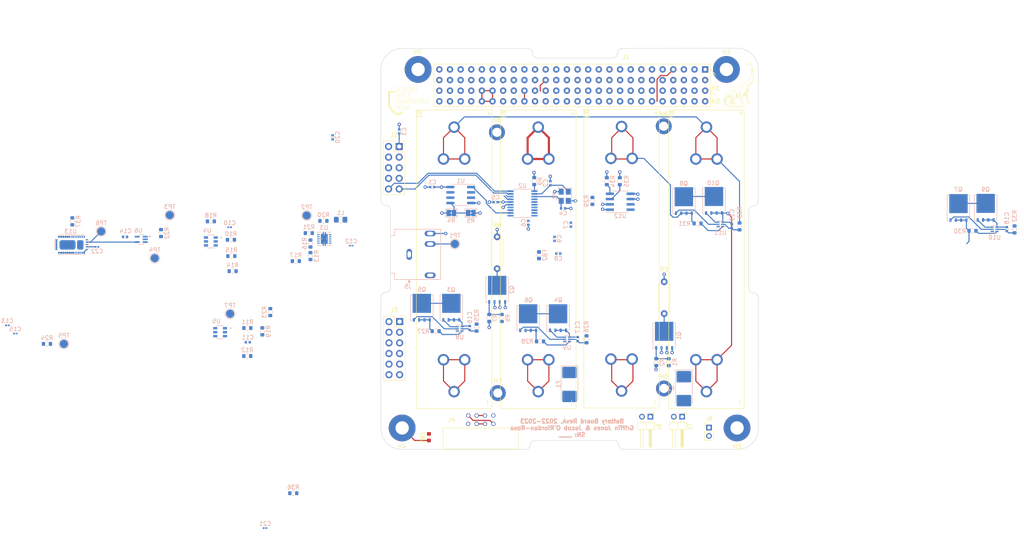
<source format=kicad_pcb>
(kicad_pcb (version 20211014) (generator pcbnew)
  (layers (0 "F.Cu" signal) (1 "In1.Cu" power) (2 "In2.Cu" power) (31 "B.Cu" signal) (34 "B.Paste" user) (35 "F.Paste" user) (36 "B.SilkS" user "B.Silkscreen") (37 "F.SilkS" user "F.Silkscreen") (38 "B.Mask" user) (39 "F.Mask" user) (44 "Edge.Cuts" user))
  (net 0 "")
  (net 1 "IV_MON_N")
  (net 2 "Net-(B1-Pad2)")
  (net 3 "Net-(B2-Pad1)")
  (net 4 "Net-(B2-Pad2)")
  (net 11 "Net-(B3-Pad1)")
  (net 36 "Net-(B3-Pad2)")
  (net 45 "Net-(B4-Pad2)")
  (net 47 "3V3BUS")
  (net 61 "PCM_IN")
  (net 65 "Net-(C2-Pad1)")
  (net 67 "NRST")
  (net 69 "Net-(C4-Pad1)")
  (net 70 "3V3A")
  (net 71 "3V3_CON")
  (net 74 "Net-(C13-Pad1)")
  (net 77 "Net-(C15-Pad1)")
  (net 78 "Net-(C16-Pad2)")
  (net 81 "Net-(C17-Pad2)")
  (net 82 "Net-(C18-Pad2)")
  (net 93 "Net-(C19-Pad2)")
  (net 97 "BCR_OUT")
  (net 99 "Net-(C22-Pad1)")
  (net 100 "Net-(FB1-Pad1)")
  (net 101 "PACK_N")
  (net 102 "BAT_INT")
  (net 104 "5V_USB_CHG")
  (net 107 "5VBUS")
  (net 111 "SWDIO")
  (net 112 "SWCLK")
  (net 113 "5V0")
  (net 114 "I2C_SCK")
  (net 115 "I2C_SDA")
  (net 116 "SYS-GPIO2")
  (net 117 "SYS-GPIO3")
  (net 118 "SYS-GPIO4")
  (net 119 "SYS-GPIO1")
  (net 120 "5V0_CHG")
  (net 121 "Net-(J4-Pad2)")
  (net 122 "Net-(J4-Pad4)")
  (net 123 "Net-(J4-Pad6)")
  (net 124 "Net-(J4-Pad8)")
  (net 126 "Net-(J5-Pad4)")
  (net 128 "Net-(J6-Pad1)")
  (net 129 "Net-(J7-Pad1)")
  (net 130 "Net-(J7-Pad2)")
  (net 131 "Net-(Q1-Pad4)")
  (net 132 "Net-(Q1-Pad5)")
  (net 133 "Net-(Q2-Pad4)")
  (net 134 "Net-(Q2-Pad5)")
  (net 135 "Net-(Q3-Pad4)")
  (net 136 "Net-(Q3-Pad5)")
  (net 137 "Net-(Q4-Pad4)")
  (net 138 "Net-(Q4-Pad5)")
  (net 139 "Net-(Q5-Pad4)")
  (net 140 "Net-(F1-Pad1)")
  (net 141 "Net-(Q6-Pad4)")
  (net 142 "Net-(F2-Pad1)")
  (net 143 "Net-(Q7-Pad4)")
  (net 144 "Net-(Q7-Pad5)")
  (net 145 "Net-(Q8-Pad4)")
  (net 146 "Net-(Q10-Pad5)")
  (net 147 "Net-(Q9-Pad4)")
  (net 148 "Net-(Q10-Pad4)")
  (net 149 "BAT_HTR_1")
  (net 150 "Net-(R4-Pad2)")
  (net 151 "BAT_HTR_2")
  (net 152 "Net-(R9-Pad1)")
  (net 153 "Net-(R11-Pad2)")
  (net 154 "Net-(R16-Pad2)")
  (net 155 "Net-(R18-Pad2)")
  (net 156 "nRST_HB")
  (net 157 "Net-(R20-Pad2)")
  (net 158 "EN_D3")
  (net 159 "Net-(R22-Pad2)")
  (net 160 "Net-(R23-Pad1)")
  (net 161 "Net-(R23-Pad2)")
  (net 162 "HB")
  (net 163 "Net-(R27-Pad1)")
  (net 164 "Net-(R28-Pad1)")
  (net 165 "Net-(R30-Pad1)")
  (net 166 "Net-(R31-Pad1)")
  (net 167 "Net-(Q11-Pad6)")
  (net 168 "Net-(R37-Pad1)")
  (net 169 "EN_D1")
  (net 170 "BAT_TEMP")
  (net 171 "SYS_GPIO1")
  (net 172 "SYS_GPIO2")
  (net 173 "SYS_GPIO3")
  (net 174 "SYS_GPIO4")
  (net 177 "Net-(L1-Pad2)")
  (net 178 "Net-(L1-Pad1)")
  (net 183 "GND")
  (footprint "MountingHole:MountingHole_3.2mm_M3_Pad_TopBottom" (layer "F.Cu") (at 191.77 52.07)
    (fp_text reference "H2")
    (fp_text value "MountingHole_Pad")
  )
  (footprint "LOGO" (layer "F.Cu") (at 194.7 55.7)
    (fp_text reference "G***")
    (fp_text value "LOGO" hide)
  )
  (footprint "Resistor_THT:R_Axial_DIN0207_L6.3mm_D2.5mm_P7.62mm_Horizontal" (layer "F.Cu") (at 137 99.71 90)
    (fp_text reference "R8")
    (fp_text value "100")
  )
  (footprint "MountingHole:MountingHole_3.2mm_M3_Pad_TopBottom" (layer "F.Cu") (at 118.11 52.07)
    (fp_text reference "H1")
    (fp_text value "MountingHole_Pad")
  )
  (footprint "qset-footprints:Logo-10mm" (layer "F.Cu") (at 116 59.6)
    (fp_text reference "G***")
    (fp_text value "LOGO" hide)
  )
  (footprint "qset-footprints:M80-5300842" (layer "F.Cu") (at 124.095 142.825)
    (fp_text reference "J4")
    (fp_text value "Conn_01x08_Male")
  )
  (footprint "Resistor_THT:R_Axial_DIN0207_L6.3mm_D2.5mm_P7.62mm_Horizontal" (layer "F.Cu") (at 176.9 110.4525 90)
    (fp_text reference "R3")
    (fp_text value "100")
  )
  (footprint "MountingHole:MountingHole_2.2mm_M2_DIN965_Pad" (layer "F.Cu") (at 176.8 65.65)
    (fp_text reference "H6")
    (fp_text value "MountingHole")
  )
  (footprint "MountingHole:MountingHole_3.2mm_M3_Pad_TopBottom" (layer "F.Cu") (at 114.3 137.795)
    (fp_text reference "H4")
    (fp_text value "MountingHole_Pad")
  )
  (footprint "MountingHole:MountingHole_2.2mm_M2_DIN965_Pad" (layer "F.Cu") (at 176.85 128.35)
    (fp_text reference "H8")
    (fp_text value "MountingHole")
  )
  (footprint "MountingHole:MountingHole_2.2mm_M2_DIN965_Pad" (layer "F.Cu") (at 136.95 67.1)
    (fp_text reference "H5")
    (fp_text value "MountingHole")
  )
  (footprint "Connector_PinHeader_2.00mm:PinHeader_1x02_P2.00mm_Vertical" (layer "F.Cu") (at 187.6 137.7)
    (fp_text reference "J8")
    (fp_text value "Shunt Resistor")
  )
  (footprint "qset-footprints:Keystone_54_18650" (layer "F.Cu") (at 157.7 61.65 -90)
    (fp_text reference "B3")
    (fp_text value "NCR18650GA")
  )
  (footprint "pc104-connector:pc104-connector" (layer "F.Cu") (at 156.21 54.61 -90)
    (fp_text reference "J1")
    (fp_text value "PC104_Connector")
  )
  (footprint "Connector_PinHeader_2.00mm:PinHeader_1x02_P2.00mm_Horizontal" (layer "F.Cu") (at 173.6 135.1 -90)
    (fp_text reference "J6")
    (fp_text value "RBF Deployment Bypass")
  )
  (footprint "Connector_PinSocket_2.54mm:PinSocket_2x06_P2.54mm_Vertical" (layer "F.Cu") (at 113.7 112.375)
    (fp_text reference "J3")
    (fp_text value "System Test Connector")
  )
  (footprint "qset-footprints:Keystone_54_18650" (layer "F.Cu") (at 177.983 61.8 -90)
    (fp_text reference "B4")
    (fp_text value "NCR18650GA")
  )
  (footprint "Inductor_SMD:L_0603_1608Metric" (layer "F.Cu") (at 120.7 140 90)
    (fp_text reference "FB1")
    (fp_text value "FerriteBead")
  )
  (footprint "MountingHole:MountingHole_3.2mm_M3_Pad_TopBottom" (layer "F.Cu") (at 194.31 137.795)
    (fp_text reference "H3")
    (fp_text value "MountingHole_Pad")
  )
  (footprint "qset-footprints:Keystone_54_18650" (layer "F.Cu") (at 137.8 61.8 -90)
    (fp_text reference "B2")
    (fp_text value "NCR18650GA")
  )
  (footprint "Connector_PinSocket_2.54mm:PinSocket_2x05_P2.54mm_Vertical" (layer "F.Cu") (at 113.6 70.5)
    (fp_text reference "J2")
    (fp_text value "Programming Header")
  )
  (footprint "qset-footprints:Keystone_54_18650" (layer "F.Cu") (at 117.7 61.8 -90)
    (fp_text reference "B1")
    (fp_text value "NCR18650GA")
  )
  (footprint "MountingHole:MountingHole_2.2mm_M2_DIN965_Pad" (layer "F.Cu") (at 137.15 129.45)
    (fp_text reference "H7")
    (fp_text value "MountingHole")
  )
  (footprint "Connector_PinHeader_2.00mm:PinHeader_1x02_P2.00mm_Horizontal" (layer "F.Cu") (at 181.2 135.1 -90)
    (fp_text reference "J7")
    (fp_text value "30s Timer")
  )
  (footprint "Resistor_SMD:R_0603_1608Metric" (layer "B.Cu") (at 92.4 93.7 -90)
    (fp_text reference "R16")
    (fp_text value "0R")
  )
  (footprint "Resistor_SMD:R_0603_1608Metric" (layer "B.Cu") (at 73.8 100.3 180)
    (fp_text reference "R14")
    (fp_text value "1M")
  )
  (footprint "Package_TO_SOT_SMD:TDSON-8-1" (layer "B.Cu") (at 188.8 83.5 90)
    (fp_text reference "Q10")
    (fp_text value "CSD16401Q5")
  )
  (footprint "qset-footprints:TPS24750" (layer "B.Cu") (at 35.0698 93.8222 180)
    (fp_text reference "U13")
    (fp_text value "TPS24750")
  )
  (footprint "Package_TO_SOT_SMD:TDSON-8-1" (layer "B.Cu") (at 119 109.05 90)
    (fp_text reference "Q5")
    (fp_text value "CSD16401Q5")
  )
  (footprint "Resistor_SMD:R_0603_1608Metric" (layer "B.Cu") (at 158.35 116.6 -90)
    (fp_text reference "R26")
    (fp_text value "330")
  )
  (footprint "Resistor_SMD:R_0603_1608Metric" (layer "B.Cu") (at 82.8 110.1 -90)
    (fp_text reference "R23")
    (fp_text value "270k")
  )
  (footprint "Resistor_SMD:R_0603_1608Metric" (layer "B.Cu") (at 147.25 117.1 180)
    (fp_text reference "R28")
    (fp_text value "2.2k")
  )
  (footprint "Resistor_SMD:R_0603_1608Metric" (layer "B.Cu") (at 145.85 78.775 90)
    (fp_text reference "R9")
    (fp_text value "10k")
  )
  (footprint "Resistor_SMD:R_0603_1608Metric" (layer "B.Cu") (at 194.9 89.6 -90)
    (fp_text reference "R33")
    (fp_text value "330")
  )
  (footprint "Resistor_SMD:R_0603_1608Metric" (layer "B.Cu") (at 163.2 78.8 90)
    (fp_text reference "R34")
    (fp_text value "3.3k")
  )
  (footprint "Resistor_SMD:R_0603_1608Metric" (layer "B.Cu") (at 73.4 92.8 180)
    (fp_text reference "R10")
    (fp_text value "412k")
  )
  (footprint "Resistor_SMD:R_0603_1608Metric" (layer "B.Cu") (at 166.3 78.8 90)
    (fp_text reference "R35")
    (fp_text value "3.3k")
  )
  (footprint "Package_TO_SOT_SMD:TDSON-8-1" (layer "B.Cu") (at 181.6 83.55 90)
    (fp_text reference "Q8")
    (fp_text value "CSD16401Q5")
  )
  (footprint "Capacitor_SMD:C_0201_0603Metric" (layer "B.Cu") (at 102.1 94.2 180)
    (fp_text reference "C12")
    (fp_text value "C")
  )
  (footprint "qset-footprints:CUI_SJ1-3524NG" (layer "B.Cu") (at 116 96.3)
    (fp_text reference "J5")
    (fp_text value "RBF")
  )
  (footprint "Resistor_SMD:R_0603_1608Metric" (layer "B.Cu") (at 56.7 91.2 90)
    (fp_text reference "R22")
    (fp_text value "100k")
  )
  (footprint "TestPoint:TestPoint_Pad_D2.0mm" (layer "B.Cu") (at 42.4 90.8 180)
    (fp_text reference "TP6")
    (fp_text value "EN_D1")
  )
  (footprint "Package_TO_SOT_SMD:TDSON-8-1" (layer "B.Cu") (at 247.2 85.2 90)
    (fp_text reference "Q7")
    (fp_text value "CSD16401Q5")
  )
  (footprint "Capacitor_SMD:C_0402_1005Metric" (layer "B.Cu") (at 193.05 89.55 -90)
    (fp_text reference "C19")
    (fp_text value "0.1u")
  )
  (footprint "Capacitor_SMD:C_0201_0603Metric" (layer "B.Cu") (at 81.544048 161.74 180)
    (fp_text reference "C21")
    (fp_text value "0.1u")
  )
  (footprint "Package_TO_SOT_SMD:TDSON-8-1" (layer "B.Cu") (at 151.55 111.55 90)
    (fp_text reference "Q4")
    (fp_text value "CSD16401Q5")
  )
  (footprint "Capacitor_SMD:C_0201_0603Metric" (layer "B.Cu") (at 73.1 89.8 180)
    (fp_text reference "C10")
    (fp_text value "0.1u")
  )
  (footprint "Capacitor_SMD:C_0402_1005Metric" (layer "B.Cu") (at 144.45 88.74 -90)
    (fp_text reference "C6")
    (fp_text value "100n")
  )
  (footprint "Capacitor_SMD:C_0402_1005Metric" (layer "B.Cu") (at 154.6 89.2 -90)
    (fp_text reference "C7")
    (fp_text value "10n")
  )
  (footprint "qset-footprints:SOT95P280X100-6N" (layer "B.Cu") (at 68.6 93.2 180)
    (fp_text reference "U4")
    (fp_text value "LTC6995HS6-1#TRMPBF")
  )
  (footprint "Resistor_SMD:R_0603_1608Metric" (layer "B.Cu") (at 77.3 120.6 180)
    (fp_text reference "R12")
    (fp_text value "390k")
  )
  (footprint "Capacitor_SMD:C_0201_0603Metric" (layer "B.Cu") (at 41.4 94.5)
    (fp_text reference "C22")
    (fp_text value "22n")
  )
  (footprint "TestPoint:TestPoint_Pad_D2.0mm" (layer "B.Cu") (at 55.2 97.2 180)
    (fp_text reference "TP4")
    (fp_text value "Timer")
  )
  (footprint "Capacitor_SMD:C_0402_1005Metric" (layer "B.Cu") (at 150.7 92.58 90)
    (fp_text reference "C9")
    (fp_text value "1u")
  )
  (footprint "Package_TO_SOT_SMD:TDSON-8-1" (layer "B.Cu") (at 126.05 109.05 90)
    (fp_text reference "Q3")
    (fp_text value "CSD16401Q5")
  )
  (footprint "Resistor_SMD:R_0603_1608Metric" (layer "B.Cu") (at 178 122.0675 90)
    (fp_text reference "R1")
    (fp_text value "100")
  )
  (footprint "Resistor_SMD:R_0603_1608Metric" (layer "B.Cu") (at 250.55 90.65 180)
    (fp_text reference "R30")
    (fp_text value "2.2k")
  )
  (footprint "Capacitor_SMD:C_0402_1005Metric" (layer "B.Cu") (at 77.42 117.3 180)
    (fp_text reference "C11")
    (fp_text value "0.1u")
  )
  (footprint "qset-footprints:SOT65P210X110-5N" (layer "B.Cu") (at 51.9635 92.7 180)
    (fp_text reference "U6")
    (fp_text value "74AUP1G08")
  )
  (footprint "Resistor_SMD:R_0603_1608Metric" (layer "B.Cu") (at 29.45 117.7 180)
    (fp_text reference "R24")
    (fp_text value "100k")
  )
  (footprint "Resistor_SMD:R_0603_1608Metric" (layer "B.Cu") (at 122.3 114.65 180)
    (fp_text reference "R27")
    (fp_text value "2.2k")
  )
  (footprint "TestPoint:TestPoint_Pad_D2.0mm" (layer "B.Cu") (at 33.5 117.7 180)
    (fp_text reference "TP5")
    (fp_text value "HB")
  )
  (footprint "Resistor_SMD:R_0603_1608Metric" (layer "B.Cu") (at 132.1 113.8 -90)
    (fp_text reference "R25")
    (fp_text value "330")
  )
  (footprint "Resistor_SMD:R_0603_1608Metric" (layer "B.Cu") (at 88.3 153.4 180)
    (fp_text reference "R36")
    (fp_text value "10k")
  )
  (footprint "Resistor_SMD:R_0603_1608Metric" (layer "B.Cu") (at 175 122.0675 90)
    (fp_text reference "R2")
    (fp_text value "10k")
  )
  (footprint "Package_SO:SOIC-8_3.9x4.9mm_P1.27mm" (layer "B.Cu") (at 128.3 82.1 180)
    (fp_text reference "U1")
    (fp_text value "TMP36xS")
  )
  (footprint "Resistor_SMD:R_0603_1608Metric" (layer "B.Cu") (at 95.5 88.3 180)
    (fp_text reference "R20")
    (fp_text value "560k")
  )
  (footprint "Capacitor_SMD:C_0201_0603Metric" (layer "B.Cu") (at 21.875 115.22 180)
    (fp_text reference "C15")
    (fp_text value "0.1u")
  )
  (footprint "Resistor_SMD:R_0603_1608Metric" (layer "B.Cu") (at 260.6 90.325 -90)
    (fp_text reference "R32")
    (fp_text value "330")
  )
  (footprint "TestPoint:TestPoint_Pad_D2.0mm" (layer "B.Cu") (at 58.8 86.9 180)
    (fp_text reference "TP3")
    (fp_text value "EN_D3")
  )
  (footprint "Resistor_SMD:R_0603_1608Metric" (layer "B.Cu") (at 35.5 88.4 90)
    (fp_text reference "R37")
    (fp_text value "1k")
  )
  (footprint "Package_SO:SOIC-8_3.9x4.9mm_P1.27mm" (layer "B.Cu") (at 166.4 83.7)
    (fp_text reference "U12")
    (fp_text value "INA219AxD")
  )
  (footprint "Resistor_SMD:R_0603_1608Metric" (layer "B.Cu") (at 80.9 114.7 90)
    (fp_text reference "R19")
    (fp_text value "100k")
  )
  (footprint "Package_SON:WSON-6_1.5x1.5mm_P0.5mm" (layer "B.Cu") (at 128.05 114.1)
    (fp_text reference "U8")
    (fp_text value "BQ297xx")
  )
  (footprint "Package_SON:WSON-6_1.5x1.5mm_P0.5mm" (layer "B.Cu") (at 190.325 89.1)
    (fp_text reference "U11")
    (fp_text value "BQ297xx")
  )
  (footprint "Capacitor_Tantalum_SMD:CP_EIA-7132-20_AVX-U_Pad2.72x3.50mm_HandSolder" (layer "B.Cu") (at 181.6 128.4 -90)
    (fp_text reference "F2")
    (fp_text value "Polyfuse")
  )
  (footprint "Jumper:SolderJumper-2_P1.3mm_Bridged2Bar_Pad1.0x1.5mm" (layer "B.Cu") (at 126.05 86.4)
    (fp_text reference "R4")
    (fp_text value "0R")
  )
  (footprint "Package_SON:WSON-6_1.5x1.5mm_P0.5mm" (layer "B.Cu") (at 153.7 116.6)
    (fp_text reference "U9")
    (fp_text value "BQ297xx")
  )
  (footprint "Capacitor_SMD:C_0402_1005Metric" (layer "B.Cu") (at 121.5 80.2 180)
    (fp_text reference "C1")
    (fp_text value "0.1u")
  )
  (footprint "Resistor_SMD:R_0603_1608Metric" (layer "B.Cu") (at 68.6 88.4 180)
    (fp_text reference "R18")
    (fp_text value "100k")
  )
  (footprint "Capacitor_SMD:C_0402_1005Metric" (layer "B.Cu") (at 258.75 90.25 -90)
    (fp_text reference "C18")
    (fp_text value "0.1u")
  )
  (footprint "Resistor_SMD:R_0603_1608Metric" (layer "B.Cu") (at 92 91.2 180)
    (fp_text reference "R21")
    (fp_text value "100k")
  )
  (footprint "Capacitor_SMD:C_0402_1005Metric" (layer "B.Cu") (at 156.25 116.55 -90)
    (fp_text reference "C17")
    (fp_text value "0.1u")
  )
  (footprint "Package_TO_SOT_SMD:TDSON-8-1" (layer "B.Cu") (at 176.9 115.7425 90)
    (fp_text reference "Q1")
    (fp_text value "CSD16401Q5")
  )
  (footprint "Capacitor_SMD:C_0402_1005Metric" (layer "B.Cu") (at 149.7 79.28 90)
    (fp_text reference "C2")
    (fp_text value "10p")
  )
  (footprint "Package_SON:Texas_DRC0010J_ThermalVias" (layer "B.Cu") (at 95.7 92.6 180)
    (fp_text reference "U3")
    (fp_text value "TPS63000-Q1")
  )
  (footprint "Capacitor_SMD:C_0201_0603Metric" (layer "B.Cu") (at 19.999048 113.26 180)
    (fp_text reference "C13")
    (fp_text value "0.1u")
  )
  (footprint "Resistor_SMD:R_0603_1608Metric" (layer "B.Cu") (at 88.9 97.9 180)
    (fp_text reference "R17")
    (fp_text value "DNP")
  )
  (footprint "Resistor_SMD:R_0603_1608Metric" (layer "B.Cu") (at 77.325 113.9 180)
    (fp_text reference "R11")
    (fp_text value "1M")
  )
  (footprint "Resistor_SMD:R_0603_1608Metric" (layer "B.Cu") (at 135.1 111.5 90)
    (fp_text reference "R7")
    (fp_text value "10k")
  )
  (footprint "Package_TO_SOT_SMD:TDSON-8-1" (layer "B.Cu") (at 253.7 85.15 90)
    (fp_text reference "Q9")
    (fp_text value "CSD16401Q5")
  )
  (footprint "TestPoint:TestPoint_Pad_D2.0mm" (layer "B.Cu") (at 73.2 110.5 180)
    (fp_text reference "TP7")
    (fp_text value "HB Reset")
  )
  (footprint "TestPoint:TestPoint_Pad_D2.0mm" (layer "B.Cu") (at 91.5 87 180)
    (fp_text reference "TP2")
    (fp_text value "Power Control TP")
  )
  (footprint "Package_TO_SOT_SMD:TDSON-8-1" (layer "B.Cu") (at 144.4 111.55 90)
    (fp_text reference "Q6")
    (fp_text value "CSD16401Q5")
  )
  (footprint "Inductor_SMD:L_0603_1608Metric" (layer "B.Cu") (at 147 96.5 90)
    (fp_text reference "FB2")
    (fp_text value "100R @ 100MHz")
  )
  (footprint "Capacitor_SMD:C_0402_1005Metric" (layer "B.Cu") (at 97.7 68.3 90)
    (fp_text reference "C20")
    (fp_text value "0.1u")
  )
  (footprint "Resistor_SMD:R_0603_1608Metric" (layer "B.Cu") (at 159.75 83.5 -90)
    (fp_text reference "R29")
    (fp_text value "0.1")
  )
  (footprint "qset-footprints:SOT95P280X100-6N" (layer "B.Cu") (at 70.815 114.9 180)
    (fp_text reference "U5")
    (fp_text value "LTC6995HS6-1#TRMPBF")
  )
  (footprint "Capacitor_SMD:C_0402_1005Metric" (layer "B.Cu") (at 130.45 113.9 -90)
    (fp_text reference "C16")
    (fp_text value "0.1u")
  )
  (footprint "Resistor_SMD:R_0603_1608Metric" (layer "B.Cu") (at 73.5 96.7 180)
    (fp_text reference "R15")
    (fp_text value "887k")
  )
  (footprint "Capacitor_SMD:C_0402_1005Metric" (layer "B.Cu") (at 113.6 66.9 90)
    (fp_text reference "C3")
    (fp_text value "100u")
  )
  (footprint "Crystal:Crystal_SMD_3225-4Pin_3.2x2.5mm" (layer "B.Cu") (at 153.15 82.4 -90)
    (fp_text reference "Y1")
    (fp_text value "16 MHz")
  )
  (footprint "Package_SON:WSON-6_1.5x1.5mm_P0.5mm" (layer "B.Cu") (at 255.825 90.3)
    (fp_text reference "U10")
    (fp_text value "BQ297xx")
  )
  (footprint "Resistor_SMD:R_0603_1608Metric" (layer "B.Cu") (at 184.875 88.9 180)
    (fp_text reference "R31")
    (fp_text value "2.2k")
  )
  (footprint "Capacitor_SMD:C_0402_1005Metric" (layer "B.Cu") (at 151.6 96.1)
    (fp_text reference "C8")
    (fp_text value "1u")
  )
  (footprint "Resistor_SMD:R_0603_1608Metric" (layer "B.Cu") (at 92.4 96.7 90)
    (fp_text reference "R13")
    (fp_text value "?R")
  )
  (footprint "Resistor_SMD:R_0603_1608Metric" (layer "B.Cu") (at 138.1 111.5 90)
    (fp_text reference "R6")
    (fp_text value "100")
  )
  (footprint "TestPoint:TestPoint_Pad_D2.0mm" (layer "B.Cu") (at 126.9 93.8 180)
    (fp_text reference "TP1")
    (fp_text value "Deployment TP")
  )
  (footprint "Package_SO:TSSOP-20_4.4x6.5mm_P0.65mm" (layer "B.Cu") (at 143.05 84.1 180)
    (fp_text reference "U2")
    (fp_text value "STM32F030F4Px")
  )
  (footprint "Capacitor_SMD:C_0402_1005Metric" (layer "B.Cu") (at 136.62 83.8 180)
    (fp_text reference "C5")
    (fp_text value "10u")
  )
  (footprint "Package_TO_SOT_SMD:TDSON-8-1" (layer "B.Cu") (at 137 104.75 90)
    (fp_text reference "Q2")
    (fp_text value "CSD16401Q5")
  )
  (footprint "Capacitor_SMD:C_0402_1005Metric" (layer "B.Cu") (at 152.75 85.3)
    (fp_text reference "C4")
    (fp_text value "10p")
  )
  (footprint "Capacitor_Tantalum_SMD:CP_EIA-7132-20_AVX-U_Pad2.72x3.50mm_HandSolder" (layer "B.Cu") (at 154.3 127.4 -90)
    (fp_text reference "F1")
    (fp_text value "Polyfuse")
  )
  (footprint "Inductor_SMD:L_0805_2012Metric_Pad1.15x1.40mm_HandSolder" (layer "B.Cu") (at 99.6 88 180)
    (fp_text reference "L1")
    (fp_text value "2.2uH")
  )
  (footprint "Jumper:SolderJumper-2_P1.3mm_Bridged2Bar_Pad1.0x1.5mm" (layer "B.Cu") (at 130.7 86.4)
    (fp_text reference "R5")
    (fp_text value "0R")
  )
  (footprint "Capacitor_SMD:C_0402_1005Metric" (layer "B.Cu") (at 48.1 92.1)
    (fp_text reference "C14")
    (fp_text value "0.1u")
  )
  (gr_arc (start 109.224 52.148223) (mid 110.711898 48.556121) (end 114.304 47.068223) (layer "Edge.Cuts") (width 0.1))
  (gr_arc (start 144.322223 47.068223) (mid 145.130431 47.403008) (end 145.465223 48.211223) (layer "Edge.Cuts") (width 0.1))
  (gr_arc (start 110.367 84.533223) (mid 111.175223 84.868) (end 111.51 85.676223) (layer "Edge.Cuts") (width 0.1))
  (gr_arc (start 109.224 106.550446) (mid 109.558769 105.742208) (end 110.367 105.407446) (layer "Edge.Cuts") (width 0.1))
  (gr_line (start 146.608223 49.354223) (end 164.596 49.354223) (layer "Edge.Cuts") (width 0.1))
  (gr_arc (start 199.394 137.873223) (mid 197.906102 141.465325) (end 194.314 142.953223) (layer "Edge.Cuts") (width 0.1))
  (gr_arc (start 199.39 83.57) (mid 199.055231 84.378238) (end 198.247 84.713) (layer "Edge.Cuts") (width 0.1))
  (gr_line (start 114.304 47.068223) (end 144.322223 47.068223) (layer "Edge.Cuts") (width 0.1))
  (gr_line (start 109.224 106.550446) (end 109.224 137.873223) (layer "Edge.Cuts") (width 0.1))
  (gr_arc (start 165.739 48.211223) (mid 165.404223 49.019446) (end 164.596 49.354223) (layer "Edge.Cuts") (width 0.1))
  (gr_arc locked (start 197.104 85.856) (mid 197.438785 85.047792) (end 198.247 84.713) (layer "Edge.Cuts") (width 0.1))
  (gr_arc (start 165.735 48.2) (mid 166.069777 47.391777) (end 166.878 47.057) (layer "Edge.Cuts") (width 0.1))
  (gr_line (start 166.878 47.057) (end 194.31 46.99) (layer "Edge.Cuts") (width 0.1))
  (gr_arc (start 167.136 142.953223) (mid 166.327777 142.618446) (end 165.993 141.810223) (layer "Edge.Cuts") (width 0.1))
  (gr_arc (start 198.247 105.541) (mid 197.438785 105.206222) (end 197.104 104.398) (layer "Edge.Cuts") (width 0.1))
  (gr_line (start 167.136 142.953223) (end 194.314 142.953223) (layer "Edge.Cuts") (width 0.1))
  (gr_line locked (start 197.104 104.398) (end 197.104 85.856) (layer "Edge.Cuts") (width 0.1))
  (gr_line (start 199.394 137.873223) (end 199.39 106.684) (layer "Edge.Cuts") (width 0.1))
  (gr_line (start 114.304 142.953223) (end 143.768 142.953223) (layer "Edge.Cuts") (width 0.1))
  (gr_line (start 145.927 140.794223) (end 164.977 140.794223) (layer "Edge.Cuts") (width 0.1))
  (gr_arc (start 144.911 141.810223) (mid 145.20858 141.091803) (end 145.927 140.794223) (layer "Edge.Cuts") (width 0.1))
  (gr_arc (start 164.977 140.794223) (mid 165.69542 141.091803) (end 165.993 141.810223) (layer "Edge.Cuts") (width 0.1))
  (gr_arc (start 144.911 141.810223) (mid 144.576223 142.618446) (end 143.768 142.953223) (layer "Edge.Cuts") (width 0.1))
  (gr_arc (start 198.247 105.541) (mid 199.055231 105.875776) (end 199.39 106.684) (layer "Edge.Cuts") (width 0.1))
  (gr_arc (start 146.608223 49.354223) (mid 145.799985 49.019454) (end 145.465223 48.211223) (layer "Edge.Cuts") (width 0.1))
  (gr_line (start 111.51 85.676223) (end 111.51 104.264446) (layer "Edge.Cuts") (width 0.1))
  (gr_arc (start 111.51 104.264446) (mid 111.175215 105.072654) (end 110.367 105.407446) (layer "Edge.Cuts") (width 0.1))
  (gr_line (start 109.224 52.148223) (end 109.224 83.390223) (layer "Edge.Cuts") (width 0.1))
  (gr_arc (start 114.304 142.953223) (mid 110.711898 141.465325) (end 109.224 137.873223) (layer "Edge.Cuts") (width 0.1))
  (gr_arc (start 194.31 46.99) (mid 197.902102 48.477898) (end 199.39 52.07) (layer "Edge.Cuts") (width 0.1))
  (gr_line (start 199.39 52.07) (end 199.39 83.57) (layer "Edge.Cuts") (width 0.1))
  (gr_arc (start 110.367 84.533223) (mid 109.558777 84.198446) (end 109.224 83.390223) (layer "Edge.Cuts") (width 0.1))
  (gr_text "Battery Board RevA, 2022-2023\nGriffin Jones & Jacob O'Riordan-Ross\nSN: ____\n" (at 154.9 137.8) (layer "B.SilkS") (effects (font (size 1 1) (thickness 0.25)) (justify mirror)))
  (segment (start 184.46 73.484) (end 184.46 68.404) (width 0.25) (layer "F.Cu") (net 1))
  (segment (start 189.54 73.484) (end 184.46 73.484) (width 0.25) (layer "F.Cu") (net 1))
  (segment (start 124.177 73.484) (end 124.177 68.404) (width 0.25) (layer "F.Cu") (net 1))
  (segment (start 189.54 68.404) (end 187 65.864) (width 0.25) (layer "F.Cu") (net 1))
  (segment (start 129.257 68.404) (end 126.717 65.864) (width 0.25) (layer "F.Cu") (net 1))
  (segment (start 129.257 73.484) (end 129.257 68.404) (width 0.25) (layer "F.Cu") (net 1))
  (segment (start 189.54 73.484) (end 189.54 68.404) (width 0.25) (layer "F.Cu") (net 1))
  (segment (start 124.177 68.404) (end 126.717 65.864) (width 0.25) (layer "F.Cu") (net 1))
  (segment (start 129.257 73.484) (end 124.177 73.484) (width 0.25) (layer "F.Cu") (net 1))
  (segment (start 184.46 68.404) (end 187 65.864) (width 0.25) (layer "F.Cu") (net 1))
  (segment (start 194.9 78.844) (end 194.9 88.775) (width 0.25) (layer "B.Cu") (net 1))
  (segment (start 189.54 73.484) (end 189.54 74.74) (width 0.25) (layer "B.Cu") (net 1))
  (segment (start 129.156 63.425) (end 126.717 65.864) (width 0.25) (layer "B.Cu") (net 1))
  (segment (start 189.54 73.484) (end 194.9 78.844) (width 0.25) (layer "B.Cu") (net 1))
  (segment (start 187 65.864) (end 184.561 63.425) (width 0.25) (layer "B.Cu") (net 1))
  (segment (start 184.561 63.425) (end 129.156 63.425) (width 0.25) (layer "B.Cu") (net 1))
  (segment (start 124.177 126.57) (end 124.177 121.484) (width 0.25) (layer "F.Cu") (net 2))
  (segment (start 129.257 121.484) (end 124.177 121.484) (width 0.25) (layer "F.Cu") (net 2))
  (segment (start 129.257 126.57) (end 126.717 129.11) (width 0.25) (layer "F.Cu") (net 2))
  (segment (start 129.257 121.484) (end 129.257 126.57) (width 0.25) (layer "F.Cu") (net 2))
  (segment (start 126.717 129.11) (end 124.177 126.57) (width 0.25) (layer "F.Cu") (net 2))
  (segment (start 128.625 113.387391) (end 128.625 113.6) (width 0.25) (layer "B.Cu") (net 2))
  (segment (start 128.625 112.62) (end 127.955 111.95) (width 0.25) (layer "B.Cu") (net 2))
  (segment (start 126.685 111.95) (end 125.415 111.95) (width 0.25) (layer "B.Cu") (net 2))
  (segment (start 128.625 113.6) (end 128.625 112.62) (width 0.25) (layer "B.Cu") (net 2))
  (segment (start 127.955 111.95) (end 126.685 111.95) (width 0.25) (layer "B.Cu") (net 2))
  (segment (start 130.45 113.42) (end 128.805 113.42) (width 0.25) (layer "B.Cu") (net 2))
  (segment (start 128.805 113.42) (end 128.625 113.6) (width 0.25) (layer "B.Cu") (net 2))
  (segment (start 149.357 73.484) (end 149.357 68.404) (width 0.5) (layer "F.Cu") (net 3))
  (segment (start 144.277 73.484) (end 144.277 68.404) (width 0.5) (layer "F.Cu") (net 3))
  (segment (start 149.357 68.404) (end 146.817 65.864) (width 0.5) (layer "F.Cu") (net 3))
  (segment (start 144.277 68.404) (end 146.817 65.864) (width 0.5) (layer "F.Cu") (net 3))
  (segment (start 149.357 73.484) (end 144.277 73.484) (width 0.5) (layer "F.Cu") (net 3))
  (segment (start 120.905 114.08) (end 120.905 111.95) (width 0.25) (layer "B.Cu") (net 3))
  (segment (start 121.475 114.65) (end 120.905 114.08) (width 0.25) (layer "B.Cu") (net 3))
  (segment (start 118.365 111.95) (end 119.635 111.95) (width 0.25) (layer "B.Cu") (net 3))
  (segment (start 119.635 111.95) (end 120.905 111.95) (width 0.25) (layer "B.Cu") (net 3))
  (segment (start 149.357 121.484) (end 144.277 121.484) (width 0.25) (layer "F.Cu") (net 4))
  (segment (start 149.357 121.484) (end 149.357 126.57) (width 0.25) (layer "F.Cu") (net 4))
  (segment (start 146.817 129.11) (end 144.277 126.57) (width 0.25) (layer "F.Cu") (net 4))
  (segment (start 149.357 126.57) (end 146.817 129.11) (width 0.25) (layer "F.Cu") (net 4))
  (segment (start 144.277 126.57) (end 144.277 121.484) (width 0.25) (layer "F.Cu") (net 4))
  (segment (start 152.185 114.45) (end 153.455 114.45) (width 0.25) (layer "B.Cu") (net 4))
  (segment (start 154.305 116.07) (end 154.275 116.1) (width 0.25) (layer "B.Cu") (net 4))
  (segment (start 154.275 116.1) (end 154.275 115.27) (width 0.25) (layer "B.Cu") (net 4))
  (segment (start 150.915 114.45) (end 152.185 114.45) (width 0.25) (layer "B.Cu") (net 4))
  (segment (start 156.25 116.07) (end 154.305 116.07) (width 0.25) (layer "B.Cu") (net 4))
  (segment (start 154.275 115.27) (end 153.455 114.45) (width 0.25) (layer "B.Cu") (net 4))
  (segment (start 169.44 73.484) (end 169.44 68.404) (width 0.25) (layer "F.Cu") (net 11))
  (segment (start 169.44 73.484) (end 164.36 73.484) (width 0.25) (layer "F.Cu") (net 11))
  (segment (start 169.44 68.404) (end 166.9 65.864) (width 0.25) (layer "F.Cu") (net 11))
  (segment (start 164.36 73.484) (end 164.36 68.404) (width 0.25) (layer "F.Cu") (net 11))
  (segment (start 164.36 68.404) (end 166.9 65.864) (width 0.25) (layer "F.Cu") (net 11))
  (segment (start 178.4 86.8) (end 178.4 79.7) (width 0.25) (layer "B.Cu") (net 11))
  (segment (start 183.505 88.355) (end 183.505 86.45) (width 0.25) (layer "B.Cu") (net 11))
  (segment (start 180.965 86.45) (end 180.015 87.4) (width 0.25) (layer "B.Cu") (net 11))
  (segment (start 172.034 73.334) (end 169.257 73.334) (width 0.25) (layer "B.Cu") (net 11))
  (segment (start 179 87.4) (end 178.4 86.8) (width 0.25) (layer "B.Cu") (net 11))
  (segment (start 182.235 86.45) (end 180.965 86.45) (width 0.25) (layer "B.Cu") (net 11))
  (segment (start 182.235 86.45) (end 183.505 86.45) (width 0.25) (layer "B.Cu") (net 11))
  (segment (start 178.4 79.7) (end 172.034 73.334) (width 0.25) (layer "B.Cu") (net 11))
  (segment (start 184.05 88.9) (end 183.505 88.355) (width 0.25) (layer "B.Cu") (net 11))
  (segment (start 180.015 87.4) (end 179 87.4) (width 0.25) (layer "B.Cu") (net 11))
  (segment (start 169.44 126.57) (end 166.9 129.11) (width 0.25) (layer "F.Cu") (net 36))
  (segment (start 166.9 129.11) (end 164.36 126.57) (width 0.25) (layer "F.Cu") (net 36))
  (segment (start 164.36 126.57) (end 164.36 121.484) (width 0.25) (layer "F.Cu") (net 36))
  (segment (start 169.44 121.484) (end 164.36 121.484) (width 0.25) (layer "F.Cu") (net 36))
  (segment (start 169.44 121.484) (end 169.44 126.57) (width 0.25) (layer "F.Cu") (net 36))
  (segment (start 256.4 88.845) (end 255.605 88.05) (width 0.25) (layer "B.Cu") (net 36))
  (segment (start 258.75 89.77) (end 256.43 89.77) (width 0.25) (layer "B.Cu") (net 36))
  (segment (start 256.4 89.8) (end 256.4 88.845) (width 0.25) (layer "B.Cu") (net 36))
  (segment (start 256.43 89.77) (end 256.4 89.8) (width 0.25) (layer "B.Cu") (net 36))
  (segment (start 255.605 88.05) (end 253.065 88.05) (width 0.25) (layer "B.Cu") (net 36))
  (segment (start 189.54 126.57) (end 187 129.11) (width 0.25) (layer "F.Cu") (net 45))
  (segment (start 193 87.4) (end 192.1 86.5) (width 0.25) (layer "F.Cu") (net 45))
  (segment (start 189.54 121.484) (end 184.46 121.484) (width 0.25) (layer "F.Cu") (net 45))
  (segment (start 184.46 126.57) (end 184.46 121.484) (width 0.25) (layer "F.Cu") (net 45))
  (segment (start 187 129.11) (end 184.46 126.57) (width 0.25) (layer "F.Cu") (net 45))
  (segment (start 189.54 121.484) (end 193 118.024) (width 0.25) (layer "F.Cu") (net 45))
  (segment (start 193 118.024) (end 193 87.4) (width 0.25) (layer "F.Cu") (net 45))
  (segment (start 189.54 121.484) (end 189.54 126.57) (width 0.25) (layer "F.Cu") (net 45))
  (via (at 192.1 86.5) (size 0.8) (drill 0.4) (layers "F.Cu" "B.Cu") (net 45))
  (segment (start 190.9 86.595) (end 190.705 86.4) (width 0.25) (layer "B.Cu") (net 45))
  (segment (start 192 86.4) (end 192.1 86.5) (width 0.25) (layer "B.Cu") (net 45))
  (segment (start 193.05 89.07) (end 192.58 88.6) (width 0.25) (layer "B.Cu") (net 45))
  (segment (start 190.705 86.4) (end 189.435 86.4) (width 0.25) (layer "B.Cu") (net 45))
  (segment (start 192.58 88.6) (end 190.9 88.6) (width 0.25) (layer "B.Cu") (net 45))
  (segment (start 190.9 88.6) (end 190.9 86.595) (width 0.25) (layer "B.Cu") (net 45))
  (segment (start 193.1 89.02) (end 193.05 89.07) (width 0.25) (layer "B.Cu") (net 45))
  (segment (start 190.705 86.4) (end 192 86.4) (width 0.25) (layer "B.Cu") (net 45))
  (segment (start 189.435 86.4) (end 188.165 86.4) (width 0.25) (layer "B.Cu") (net 45))
  (via (at 166.3 76.6) (size 0.8) (drill 0.4) (layers "F.Cu" "B.Cu") (net 47))
  (via (at 123.7 80.195) (size 0.8) (drill 0.4) (layers "F.Cu" "B.Cu") (net 47))
  (via (at 176.9 101.0425) (size 0.8) (drill 0.4) (layers "F.Cu" "B.Cu") (net 47))
  (via (at 163.2 76.6) (size 0.8) (drill 0.4) (layers "F.Cu" "B.Cu") (net 47))
  (via (at 170.6 81.9) (size 0.8) (drill 0.4) (layers "F.Cu" "B.Cu") (net 47))
  (via (at 123.8 86.4) (size 0.8) (drill 0.4) (layers "F.Cu" "B.Cu") (net 47))
  (via (at 138.425 83.775) (size 0.8) (drill 0.4) (layers "F.Cu" "B.Cu") (net 47))
  (via (at 137 90.35) (size 0.8) (drill 0.4) (layers "F.Cu" "B.Cu") (net 47))
  (segment (start 176.9 102.8325) (end 176.9 101.0425) (width 0.25) (layer "B.Cu") (net 47))
  (segment (start 123.7 80.195) (end 121.985 80.195) (width 0.25) (layer "B.Cu") (net 47))
  (segment (start 163.2 77.975) (end 163.2 76.6) (width 0.25) (layer "B.Cu") (net 47))
  (segment (start 166.3 76.6) (end 166.3 77.975) (width 0.25) (layer "B.Cu") (net 47))
  (segment (start 140.1875 83.775) (end 138.425 83.775) (width 0.25) (layer "B.Cu") (net 47))
  (segment (start 170.495 81.795) (end 170.6 81.9) (width 0.25) (layer "B.Cu") (net 47))
  (segment (start 168.875 81.795) (end 170.495 81.795) (width 0.25) (layer "B.Cu") (net 47))
  (segment (start 138.425 83.775) (end 137.125 83.775) (width 0.25) (layer "B.Cu") (net 47))
  (segment (start 125.825 80.195) (end 123.7 80.195) (width 0.25) (layer "B.Cu") (net 47))
  (segment (start 137.125 83.775) (end 137.1 83.8) (width 0.25) (layer "B.Cu") (net 47))
  (segment (start 125.4 86.4) (end 123.8 86.4) (width 0.25) (layer "B.Cu") (net 47))
  (segment (start 137 92.09) (end 137 90.35) (width 0.25) (layer "B.Cu") (net 47))
  (segment (start 143.51 57.15) (end 143.51 59.69) (width 0.25) (layer "F.Cu") (net 61))
  (segment (start 32.8346 95.905) (end 33.3426 95.905) (width 0.25) (layer "B.Cu") (net 61))
  (segment (start 33.3426 95.905) (end 33.9014 95.905) (width 0.25) (layer "B.Cu") (net 61))
  (segment (start 32.2758 95.905) (end 32.8346 95.905) (width 0.25) (layer "B.Cu") (net 61))
  (segment (start 34.9174 95.905) (end 35.4254 95.905) (width 0.25) (layer "B.Cu") (net 61))
  (segment (start 34.9174 92.095) (end 34.4094 92.095) (width 0.25) (layer "B.Cu") (net 61))
  (segment (start 34.4094 95.905) (end 34.9174 95.905) (width 0.25) (layer "B.Cu") (net 61))
  (segment (start 33.3426 92.095) (end 33.9014 92.095) (width 0.25) (layer "B.Cu") (net 61))
  (segment (start 33.9014 95.905) (end 34.4094 95.905) (width 0.25) (layer "B.Cu") (net 61))
  (segment (start 35.4254 95.905) (end 35.8826 95.905) (width 0.25) (layer "B.Cu") (net 61))
  (segment (start 32.2758 92.095) (end 32.8346 92.095) (width 0.25) (layer "B.Cu") (net 61))
  (segment (start 34.4094 92.095) (end 33.9014 92.095) (width 0.25) (layer "B.Cu") (net 61))
  (segment (start 32.8346 92.095) (end 33.3426 92.095) (width 0.25) (layer "B.Cu") (net 61))
  (segment (start 152.56 79.76) (end 149.7 79.76) (width 0.25) (layer "B.Cu") (net 65))
  (segment (start 147.635 81.825) (end 145.9125 81.825) (width 0.25) (layer "B.Cu") (net 65))
  (segment (start 154 81.3) (end 154 81.2) (width 0.25) (layer "B.Cu") (net 65))
  (segment (start 154 81.2) (end 152.56 79.76) (width 0.25) (layer "B.Cu") (net 65))
  (segment (start 149.7 79.76) (end 147.635 81.825) (width 0.25) (layer "B.Cu") (net 65))
  (segment (start 113.6 70.5) (end 113.6 67.38) (width 0.25) (layer "B.Cu") (net 67))
  (segment (start 152.3 83.5) (end 151.275 82.475) (width 0.25) (layer "B.Cu") (net 69))
  (segment (start 151.275 82.475) (end 145.9125 82.475) (width 0.25) (layer "B.Cu") (net 69))
  (segment (start 152.27 85.3) (end 152.27 83.53) (width 0.25) (layer "B.Cu") (net 69))
  (segment (start 152.27 83.53) (end 152.3 83.5) (width 0.25) (layer "B.Cu") (net 69))
  (segment (start 132.1 114.625) (end 130.695 114.625) (width 0.25) (layer "B.Cu") (net 78))
  (segment (start 130.695 114.625) (end 130.45 114.38) (width 0.25) (layer "B.Cu") (net 78))
  (segment (start 130.17 114.1) (end 130.45 114.38) (width 0.25) (layer "B.Cu") (net 78))
  (segment (start 128.625 114.1) (end 130.17 114.1) (width 0.25) (layer "B.Cu") (net 78))
  (segment (start 156.645 117.425) (end 156.25 117.03) (width 0.25) (layer "B.Cu") (net 81))
  (segment (start 155.82 116.6) (end 156.25 117.03) (width 0.25) (layer "B.Cu") (net 81))
  (segment (start 158.35 117.425) (end 156.645 117.425) (width 0.25) (layer "B.Cu") (net 81))
  (segment (start 154.275 116.6) (end 155.82 116.6) (width 0.25) (layer "B.Cu") (net 81))
  (segment (start 258.32 90.3) (end 256.4 90.3) (width 0.25) (layer "B.Cu") (net 82))
  (segment (start 259.17 91.15) (end 258.75 90.73) (width 0.25) (layer "B.Cu") (net 82))
  (segment (start 260.6 91.15) (end 259.17 91.15) (width 0.25) (layer "B.Cu") (net 82))
  (segment (start 258.75 90.73) (end 258.32 90.3) (width 0.25) (layer "B.Cu") (net 82))
  (segment (start 194.9 90.425) (end 193.445 90.425) (width 0.25) (layer "B.Cu") (net 93))
  (segment (start 193.445 90.425) (end 193.05 90.03) (width 0.25) (layer "B.Cu") (net 93))
  (segment (start 192.33 90.03) (end 191.4 89.1) (width 0.25) (layer "B.Cu") (net 93))
  (segment (start 191.4 89.1) (end 190.9 89.1) (width 0.25) (layer "B.Cu") (net 93))
  (segment (start 193.05 90.03) (end 192.33 90.03) (width 0.25) (layer "B.Cu") (net 93))
  (segment (start 133.35 57.15) (end 135.89 57.15) (width 0.25) (layer "F.Cu") (net 97))
  (segment (start 133.35 59.69) (end 135.89 59.69) (width 0.25) (layer "F.Cu") (net 97))
  (segment (start 135.89 57.15) (end 135.89 59.69) (width 0.25) (layer "F.Cu") (net 97))
  (segment (start 133.35 57.15) (end 133.35 59.69) (width 0.25) (layer "F.Cu") (net 97))
  (segment (start 31.717 93.365) (end 31.717 92.8062) (width 0.25) (layer "B.Cu") (net 97))
  (segment (start 31.717 95.0922) (end 31.717 94.4826) (width 0.25) (layer "B.Cu") (net 97))
  (segment (start 31.717 94.4826) (end 31.717 93.9238) (width 0.25) (layer "B.Cu") (net 97))
  (segment (start 31.717 93.9238) (end 31.717 93.365) (width 0.25) (layer "B.Cu") (net 97))
  (segment (start 41.0626 94.4826) (end 41.08 94.5) (width 0.25) (layer "B.Cu") (net 99))
  (segment (start 38.9814 94.4826) (end 41.0626 94.4826) (width 0.25) (layer "B.Cu") (net 99))
  (segment (start 117.2925 140.7875) (end 114.3 137.795) (width 0.25) (layer "F.Cu") (net 100))
  (segment (start 120.7 140.7875) (end 117.2925 140.7875) (width 0.25) (layer "F.Cu") (net 100))
  (segment (start 177.617 53.523) (end 176.079749 53.523) (width 0.25) (layer "F.Cu") (net 102))
  (segment (start 175.2 54.402749) (end 175.2 59.7) (width 0.25) (layer "F.Cu") (net 102))
  (segment (start 179.07 52.07) (end 177.617 53.523) (width 0.25) (layer "F.Cu") (net 102))
  (segment (start 176.079749 53.523) (end 175.2 54.402749) (width 0.25) (layer "F.Cu") (net 102))
  (segment (start 147.3 55.9) (end 147.3 57.3) (width 0.25) (layer "F.Cu") (net 104))
  (segment (start 148.59 54.61) (end 147.3 55.9) (width 0.25) (layer "F.Cu") (net 104))
  (segment (start 140.1875 81.825) (end 139.498959 81.825) (width 0.25) (layer "B.Cu") (net 111))
  (segment (start 131.9 77.35) (end 120.686396 77.35) (width 0.25) (layer "B.Cu") (net 111))
  (segment (start 139.498959 81.825) (end 139.298959 81.625) (width 0.25) (layer "B.Cu") (net 111))
  (segment (start 136.175 81.625) (end 131.9 77.35) (width 0.25) (layer "B.Cu") (net 111))
  (segment (start 139.298959 81.625) (end 136.175 81.625) (width 0.25) (layer "B.Cu") (net 111))
  (segment (start 117.376396 80.66) (end 113.6 80.66) (width 0.25) (layer "B.Cu") (net 111))
  (segment (start 120.686396 77.35) (end 117.376396 80.66) (width 0.25) (layer "B.Cu") (net 111))
  (segment (start 118.105 79.295) (end 112.425 79.295) (width 0.25) (layer "B.Cu") (net 112))
  (segment (start 132.1 76.9) (end 120.5 76.9) (width 0.25) (layer "B.Cu") (net 112))
  (segment (start 112.425 79.295) (end 111.06 80.66) (width 0.25) (layer "B.Cu") (net 112))
  (segment (start 136.375 81.175) (end 132.1 76.9) (width 0.25) (layer "B.Cu") (net 112))
  (segment (start 120.5 76.9) (end 118.105 79.295) (width 0.25) (layer "B.Cu") (net 112))
  (segment (start 140.1875 81.175) (end 136.375 81.175) (width 0.25) (layer "B.Cu") (net 112))
  (segment (start 163.925 80.35) (end 163.2 79.625) (width 0.25) (layer "B.Cu") (net 114))
  (segment (start 163.47 81.795) (end 163.925 81.795) (width 0.25) (layer "B.Cu") (net 114))
  (segment (start 139.463604 83.125) (end 138.65 82.311396) (width 0.25) (layer "B.Cu") (net 114))
  (segment (start 140.1875 83.125) (end 139.463604 83.125) (width 0.25) (layer "B.Cu") (net 114))
  (segment (start 163.925 81.795) (end 163.925 80.35) (width 0.25) (layer "B.Cu") (net 114))
  (segment (start 164.301751 83.065) (end 166.3 81.066751) (width 0.25) (layer "B.Cu") (net 115))
  (segment (start 166.3 81.066751) (end 166.3 79.625) (width 0.25) (layer "B.Cu") (net 115))
  (segment (start 163.925 83.065) (end 164.301751 83.065) (width 0.25) (layer "B.Cu") (net 115))
  (segment (start 140.1875 82.475) (end 139.45 82.475) (width 0.25) (layer "B.Cu") (net 115))
  (segment (start 139.45 82.475) (end 139.125 82.15) (width 0.25) (layer "B.Cu") (net 115))
  (segment (start 134.095 134.825) (end 132.095 134.825) (width 0.25) (layer "F.Cu") (net 121))
  (segment (start 131.27 136) (end 130.095 134.825) (width 0.25) (layer "F.Cu") (net 122))
  (segment (start 135.27 136) (end 131.27 136) (width 0.25) (layer "F.Cu") (net 122))
  (segment (start 136.095 136.825) (end 135.27 136) (width 0.25) (layer "F.Cu") (net 122))
  (segment (start 134.095 136.825) (end 132.095 136.825) (width 0.25) (layer "F.Cu") (net 123))
  (segment (start 126.9 93.8) (end 121 93.8) (width 0.25) (layer "B.Cu") (net 126))
  (segment (start 178 121.2425) (end 175 121.2425) (width 0.25) (layer "B.Cu") (net 131))
  (segment (start 174.995 121.2375) (end 174.995 118.6425) (width 0.25) (layer "B.Cu") (net 131))
  (segment (start 175 118.6475) (end 174.995 118.6425) (width 0.25) (layer "B.Cu") (net 131))
  (segment (start 175 121.2425) (end 174.995 121.2375) (width 0.25) (layer "B.Cu") (net 131))
  (segment (start 176.9 110.4525) (end 176.9 114.6925) (width 0.25) (layer "B.Cu") (net 132))
  (segment (start 135.095 110.67) (end 135.095 107.65) (width 0.25) (layer "B.Cu") (net 133))
  (segment (start 138.1 110.675) (end 135.1 110.675) (width 0.25) (layer "B.Cu") (net 133))
  (segment (start 135.1 110.675) (end 135.095 110.67) (width 0.25) (layer "B.Cu") (net 133))
  (segment (start 137 103.7) (end 137 99.71) (width 0.25) (layer "B.Cu") (net 134))
  (segment (start 127.475 113.6) (end 125.795 113.6) (width 0.25) (layer "B.Cu") (net 135))
  (segment (start 125.795 113.6) (end 124.145 111.95) (width 0.25) (layer "B.Cu") (net 135))
  (segment (start 126.05 108) (end 119 108) (width 0.25) (layer "B.Cu") (net 136))
  (segment (start 153.125 116.1) (end 151.295 116.1) (width 0.25) (layer "B.Cu") (net 137))
  (segment (start 151.295 116.1) (end 149.645 114.45) (width 0.25) (layer "B.Cu") (net 137))
  (segment (start 142.45 111.75) (end 142.4 111.7) (width 0.25) (layer "B.Cu") (net 138))
  (segment (start 151.55 110.5) (end 144.4 110.5) (width 0.25) (layer "B.Cu") (net 138))
  (segment (start 121.48 111.2) (end 117.845 111.2) (width 0.25) (layer "B.Cu") (net 139))
  (segment (start 127.475 114.1) (end 124.38 114.1) (width 0.25) (layer "B.Cu") (net 139))
  (segment (start 117.845 111.2) (end 117.095 111.95) (width 0.25) (layer "B.Cu") (net 139))
  (segment (start 124.38 114.1) (end 121.48 111.2) (width 0.25) (layer "B.Cu") (net 139))
  (segment (start 146.45 117.125) (end 146.425 117.1) (width 0.25) (layer "B.Cu") (net 140))
  (segment (start 145.035 114.45) (end 143.765 114.45) (width 0.25) (layer "B.Cu") (net 140))
  (segment (start 146.305 114.45) (end 145.035 114.45) (width 0.25) (layer "B.Cu") (net 140))
  (segment (start 146.305 116.98) (end 146.305 114.45) (width 0.25) (layer "B.Cu") (net 140))
  (segment (start 146.425 117.1) (end 146.305 116.98) (width 0.25) (layer "B.Cu") (net 140))
  (segment (start 143.245 113.7) (end 142.495 114.45) (width 0.25) (layer "B.Cu") (net 141))
  (segment (start 153.125 116.6) (end 149.6 116.6) (width 0.25) (layer "B.Cu") (net 141))
  (segment (start 149.6 116.6) (end 146.7 113.7) (width 0.25) (layer "B.Cu") (net 141))
  (segment (start 146.7 113.7) (end 143.245 113.7) (width 0.25) (layer "B.Cu") (net 141))
  (segment (start 249.725 90.65) (end 249.725 93.175) (width 0.25) (layer "B.Cu") (net 142))
  (segment (start 249.725 90.65) (end 249.105 90.03) (width 0.25) (layer "B.Cu") (net 142))
  (segment (start 249.105 90.03) (end 249.105 88.1) (width 0.25) (layer "B.Cu") (net 142))
  (segment (start 249.105 88.1) (end 246.565 88.1) (width 0.25) (layer "B.Cu") (net 142))
  (segment (start 249.725 93.175) (end 249.15 93.75) (width 0.25) (layer "B.Cu") (net 142))
  (segment (start 246.045 87.35) (end 245.295 88.1) (width 0.25) (layer "B.Cu") (net 143))
  (segment (start 252.63 90.3) (end 249.68 87.35) (width 0.25) (layer "B.Cu") (net 143))
  (segment (start 255.25 90.3) (end 252.63 90.3) (width 0.25) (layer "B.Cu") (net 143))
  (segment (start 249.68 87.35) (end 246.045 87.35) (width 0.25) (layer "B.Cu") (net 143))
  (segment (start 253.7 84.1) (end 247.25 84.1) (width 0.25) (layer "B.Cu") (net 144))
  (segment (start 247.25 84.1) (end 247.2 84.15) (width 0.25) (layer "B.Cu") (net 144))
  (segment (start 180.445 85.7) (end 179.695 86.45) (width 0.25) (layer "B.Cu") (net 145))
  (segment (start 184.08 85.7) (end 180.445 85.7) (width 0.25) (layer "B.Cu") (net 145))
  (segment (start 189.75 89.1) (end 187.48 89.1) (width 0.25) (layer "B.Cu") (net 145))
  (segment (start 187.48 89.1) (end 184.08 85.7) (width 0.25) (layer "B.Cu") (net 145))
  (segment (start 188.8 82.45) (end 181.65 82.45) (width 0.25) (layer "B.Cu") (net 146))
  (segment (start 181.65 82.45) (end 181.6 82.5) (width 0.25) (layer "B.Cu") (net 146))
  (segment (start 253.545 89.8) (end 251.795 88.05) (width 0.25) (layer "B.Cu") (net 147))
  (segment (start 255.25 89.8) (end 253.545 89.8) (width 0.25) (layer "B.Cu") (net 147))
  (segment (start 189.75 88.6) (end 189.095 88.6) (width 0.25) (layer "B.Cu") (net 148))
  (segment (start 189.095 88.6) (end 186.895 86.4) (width 0.25) (layer "B.Cu") (net 148))
  (segment (start 126.7 84.88) (end 126.7 86.4) (width 0.25) (layer "B.Cu") (net 150))
  (segment (start 126.7 86.4) (end 130.05 86.4) (width 0.25) (layer "B.Cu") (net 150))
  (segment (start 125.825 84.005) (end 126.7 84.88) (width 0.25) (layer "B.Cu") (net 150))
  (segment (start 145.9125 79.6375) (end 145.95 79.6) (width 0.25) (layer "B.Cu") (net 152))
  (segment (start 145.9125 81.175) (end 145.9125 79.6375) (width 0.25) (layer "B.Cu") (net 152))
  (segment (start 128.625 114.6) (end 128.55 114.6) (width 0.25) (layer "B.Cu") (net 163))
  (segment (start 123.925 115.45) (end 123.125 114.65) (width 0.25) (layer "B.Cu") (net 163))
  (segment (start 128.625 114.6) (end 127.775 115.45) (width 0.25) (layer "B.Cu") (net 163))
  (segment (start 127.775 115.45) (end 123.925 115.45) (width 0.25) (layer "B.Cu") (net 163))
  (segment (start 148.925 117.95) (end 148.075 117.1) (width 0.25) (layer "B.Cu") (net 164))
  (segment (start 153.425 117.95) (end 148.925 117.95) (width 0.25) (layer "B.Cu") (net 164))
  (segment (start 154.275 117.1) (end 153.425 117.95) (width 0.25) (layer "B.Cu") (net 164))
  (segment (start 251.99 91.265) (end 251.375 90.65) (width 0.25) (layer "B.Cu") (net 165))
  (segment (start 256.4 90.8) (end 255.935 91.265) (width 0.25) (layer "B.Cu") (net 165))
  (segment (start 255.935 91.265) (end 251.99 91.265) (width 0.25) (layer "B.Cu") (net 165))
  (segment (start 189.9 90.6) (end 187.4 90.6) (width 0.25) (layer "B.Cu") (net 166))
  (segment (start 190.9 89.6) (end 189.9 90.6) (width 0.25) (layer "B.Cu") (net 166))
  (segment (start 187.4 90.6) (end 185.7 88.9) (width 0.25) (layer "B.Cu") (net 166))
  (segment (start 42.4 90.8) (end 39.835 93.365) (width 0.25) (layer "B.Cu") (net 169))
  (segment (start 38.9814 93.365) (end 50.9885 93.365) (width 0.25) (layer "B.Cu") (net 169))
  (segment (start 39.835 93.365) (end 38.9814 93.365) (width 0.25) (layer "B.Cu") (net 169))
  (segment (start 50.9885 93.365) (end 51.0035 93.35) (width 0.25) (layer "B.Cu") (net 169))
  (segment (start 134.415 84.100305) (end 136.689695 86.375) (width 0.25) (layer "B.Cu") (net 170))
  (segment (start 134.415 83.458249) (end 134.415 84.100305) (width 0.25) (layer "B.Cu") (net 170))
  (segment (start 130.775 80.195) (end 131.151751 80.195) (width 0.25) (layer "B.Cu") (net 170))
  (segment (start 131.151751 80.195) (end 134.415 83.458249) (width 0.25) (layer "B.Cu") (net 170))
  (segment (start 136.689695 86.375) (end 140.1875 86.375) (width 0.25) (layer "B.Cu") (net 170))
  (via (at 138.45 85.05) (size 0.8) (drill 0.4) (layers "F.Cu" "B.Cu") (net 183))
  (via (at 119.8 80.2) (size 0.8) (drill 0.4) (layers "F.Cu" "B.Cu") (net 183))
  (via (at 162.2 85.5) (size 0.8) (drill 0.4) (layers "F.Cu" "B.Cu") (net 183))
  (via (at 162.235 84.335) (size 0.8) (drill 0.4) (layers "F.Cu" "B.Cu") (net 183))
  (via (at 176.265 119.7775) (size 0.8) (drill 0.4) (layers "F.Cu" "B.Cu") (net 183))
  (via (at 138.967 109.028) (size 0.8) (drill 0.4) (layers "F.Cu" "B.Cu") (net 183))
  (via (at 170.6 83.1) (size 0.8) (drill 0.4) (layers "F.Cu" "B.Cu") (net 183))
  (via (at 135.1 113.75) (size 0.8) (drill 0.4) (layers "F.Cu" "B.Cu") (net 183))
  (via (at 124.7 91.3) (size 0.8) (drill 0.4) (layers "F.Cu" "B.Cu") (net 183))
  (via (at 135.14 83.8) (size 0.8) (drill 0.4) (layers "F.Cu" "B.Cu") (net 183))
  (via (at 132.9 86.4) (size 0.8) (drill 0.4) (layers "F.Cu" "B.Cu") (net 183))
  (via (at 174.95 123.8175) (size 0.8) (drill 0.4) (layers "F.Cu" "B.Cu") (net 183))
  (via (at 136.467 109.028) (size 0.8) (drill 0.4) (layers "F.Cu" "B.Cu") (net 183))
  (via (at 155.7 83.5) (size 0.8) (drill 0.4) (layers "F.Cu" "B.Cu") (net 183))
  (via (at 150.75 81.3) (size 0.8) (drill 0.4) (layers "F.Cu" "B.Cu") (net 183))
  (via (at 137.667 109.028) (size 0.8) (drill 0.4) (layers "F.Cu" "B.Cu") (net 183))
  (via (at 113.6 65.2) (size 0.8) (drill 0.4) (layers "F.Cu" "B.Cu") (net 183))
  (via (at 144.45 90.2) (size 0.8) (drill 0.4) (layers "F.Cu" "B.Cu") (net 183))
  (via (at 178.805 119.7875) (size 0.8) (drill 0.4) (layers "F.Cu" "B.Cu") (net 183))
  (via (at 145.8 76.7) (size 0.8) (drill 0.4) (layers "F.Cu" "B.Cu") (net 183))
  (via (at 177.535 119.7775) (size 0.8) (drill 0.4) (layers "F.Cu" "B.Cu") (net 183))
  (via (at 149.7 77.63) (size 0.8) (drill 0.4) (layers "F.Cu" "B.Cu") (net 183))
  (via (at 132.6 84) (size 0.8) (drill 0.4) (layers "F.Cu" "B.Cu") (net 183))
  (via (at 154.6 85.3) (size 0.8) (drill 0.4) (layers "F.Cu" "B.Cu") (net 183))
  (segment (start 121.02 80.2) (end 120 80.2) (width 0.25) (layer "B.Cu") (net 183))
  (segment (start 121 91.3) (end 124.7 91.3) (width 0.25) (layer "B.Cu") (net 183))
  (segment (start 131.35 86.4) (end 132.9 86.4) (width 0.25) (layer "B.Cu") (net 183))
  (segment (start 120 80.2) (end 119.8 80.2) (width 0.25) (layer "B.Cu") (net 183))
  (segment (start 176.25 119.7925) (end 176.265 119.7775) (width 0.25) (layer "B.Cu") (net 183))
  (segment (start 139.075 84.425) (end 138.45 85.05) (width 0.25) (layer "B.Cu") (net 183))
  (segment (start 154.3 85.3) (end 154.6 85.3) (width 0.25) (layer "B.Cu") (net 183))
  (segment (start 163.925 84.335) (end 162.235 84.335) (width 0.25) (layer "B.Cu") (net 183))
  (segment (start 136.365 108.926) (end 136.467 109.028) (width 0.25) (layer "B.Cu") (net 183))
  (segment (start 145.85 77.95) (end 145.85 76.75) (width 0.25) (layer "B.Cu") (net 183))
  (segment (start 113.6 66.42) (end 113.6 65.4) (width 0.25) (layer "B.Cu") (net 183))
  (segment (start 163.925 85.605) (end 162.305 85.605) (width 0.25) (layer "B.Cu") (net 183))
  (segment (start 174.95 122.7425) (end 174.95 123.8175) (width 0.25) (layer "B.Cu") (net 183))
  (segment (start 138.4 85.1) (end 138.45 85.05) (width 0.25) (layer "B.Cu") (net 183))
  (segment (start 162.305 85.605) (end 162.2 85.5) (width 0.25) (layer "B.Cu") (net 183))
  (segment (start 140.1875 84.425) (end 139.075 84.425) (width 0.25) (layer "B.Cu") (net 183))
  (segment (start 136.365 107.65) (end 136.365 108.926) (width 0.25) (layer "B.Cu") (net 183))
  (segment (start 168.875 83.065) (end 170.565 83.065) (width 0.25) (layer "B.Cu") (net 183))
  (segment (start 162.2 84.3) (end 162.235 84.335) (width 0.25) (layer "B.Cu") (net 183))
  (segment (start 113.6 65.4) (end 113.6 65.2) (width 0.25) (layer "B.Cu") (net 183))
  (segment (start 130.775 84.005) (end 132.595 84.005) (width 0.25) (layer "B.Cu") (net 183))
  (segment (start 170.565 83.065) (end 170.6 83.1) (width 0.25) (layer "B.Cu") (net 183))
  (segment (start 135.1 112.325) (end 135.1 113.75) (width 0.25) (layer "B.Cu") (net 183))
  (segment (start 177.535 118.6425) (end 177.535 119.7775) (width 0.25) (layer "B.Cu") (net 183))
  (segment (start 144.45 89.22) (end 144.45 90.2) (width 0.25) (layer "B.Cu") (net 183))
  (segment (start 37.8638 95.905) (end 38.3718 95.905) (width 0.25) (layer "B.Cu") (net 183))
  (segment (start 38.3718 95.905) (end 38.3718 95.7018) (width 0.25) (layer "B.Cu") (net 183))
  (segment (start 38.3718 95.7018) (end 38.9814 95.0922) (width 0.25) (layer "B.Cu") (net 183))
  (segment (start 176.265 118.6425) (end 176.265 119.7775) (width 0.25) (layer "B.Cu") (net 183))
  (segment (start 152.3 81.3) (end 150.75 81.3) (width 0.25) (layer "B.Cu") (net 183))
  (segment (start 177.55 119.7925) (end 177.535 119.7775) (width 0.25) (layer "B.Cu") (net 183))
  (segment (start 138.905 107.65) (end 138.905 108.966) (width 0.25) (layer "B.Cu") (net 183))
  (segment (start 145.85 76.75) (end 145.8 76.7) (width 0.25) (layer "B.Cu") (net 183))
  (segment (start 137.635 108.996) (end 137.667 109.028) (width 0.25) (layer "B.Cu") (net 183))
  (segment (start 138.905 108.966) (end 138.967 109.028) (width 0.25) (layer "B.Cu") (net 183))
  (segment (start 153.23 85.3) (end 154.3 85.3) (width 0.25) (layer "B.Cu") (net 183))
  (segment (start 132.595 84.005) (end 132.6 84) (width 0.25) (layer "B.Cu") (net 183))
  (segment (start 136.14 83.8) (end 135.14 83.8) (width 0.25) (layer "B.Cu") (net 183))
  (segment (start 154 83.5) (end 155.7 83.5) (width 0.25) (layer "B.Cu") (net 183))
  (segment (start 149.7 78.8) (end 149.7 77.63) (width 0.25) (layer "B.Cu") (net 183))
  (segment (start 137.635 107.65) (end 137.635 108.996) (width 0.25) (layer "B.Cu") (net 183))
  (segment (start 178.805 118.6425) (end 178.805 119.7875) (width 0.25) (layer "B.Cu") (net 183))
  (segment (start 178.8 119.7925) (end 178.805 119.7875) (width 0.25) (layer "B.Cu") (net 183))
)
</source>
